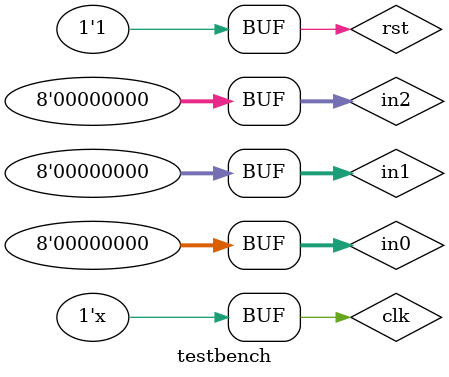
<source format=v>
`timescale 1ns / 1ps


module testbench;

	// Inputs
	reg clk;
	reg rst;
	reg [7:0] in0;
	reg [7:0] in1;
	reg [7:0] in2;

	// Outputs
	wire [7:0] sseg;
	wire [2:0] en;

	// Instantiate the Unit Under Test (UUT)
	disp_mux uut (
		.clk(clk), 
		.rst(rst), 
		.in0(in0), 
		.in1(in1), 
		.in2(in2), 
		.sseg(sseg), 
		.en(en)
	);

	initial begin
		// Initialize Inputs
		clk = 0;
		rst = 0;
		in0 = 0;
		in1 = 0;
		in2 = 0;

		// Wait 100 ns for global reset to finish
		#100;
		rst = 1;
        
		// Add stimulus here

	end
	always
		#5 clk = ~clk;
      
endmodule


</source>
